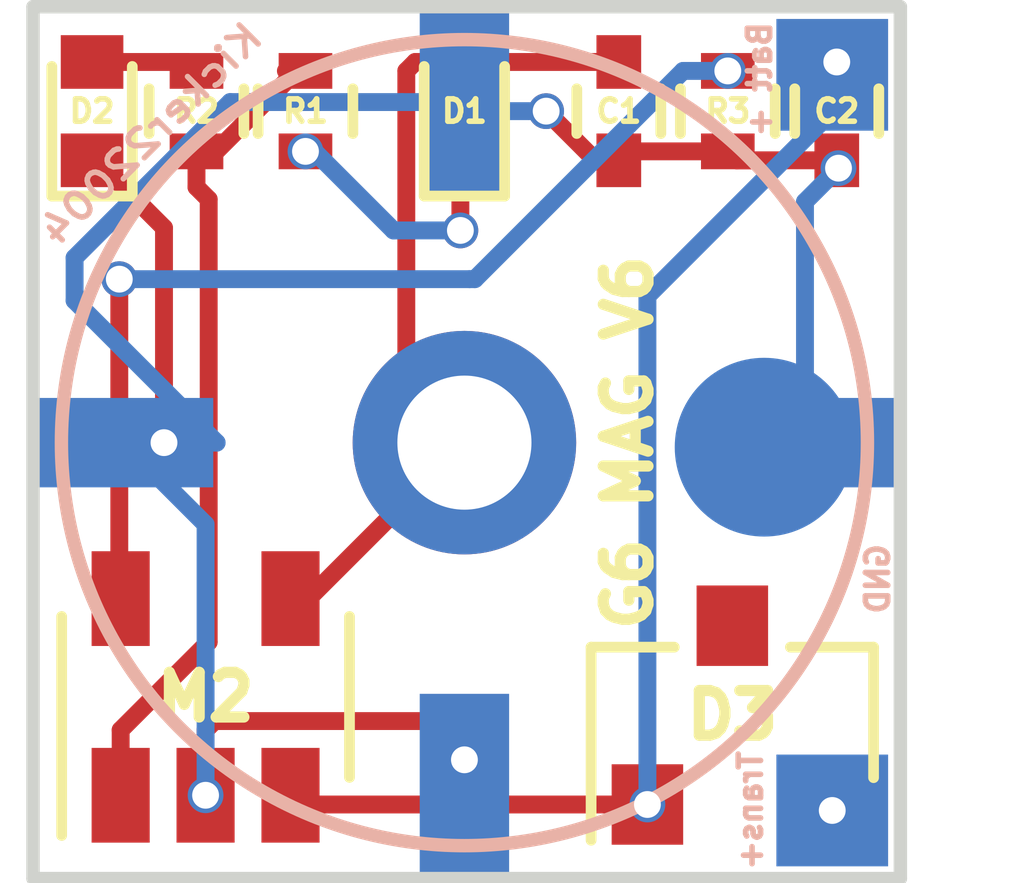
<source format=kicad_pcb>
(kicad_pcb (version 20171130) (host pcbnew "(5.1.6)-1")

  (general
    (thickness 0.6)
    (drawings 9)
    (tracks 77)
    (zones 0)
    (modules 13)
    (nets 10)
  )

  (page A4)
  (layers
    (0 F.Cu signal)
    (31 B.Cu signal)
    (32 B.Adhes user)
    (33 F.Adhes user hide)
    (34 B.Paste user)
    (35 F.Paste user)
    (36 B.SilkS user)
    (37 F.SilkS user)
    (38 B.Mask user)
    (39 F.Mask user)
    (40 Dwgs.User user)
    (41 Cmts.User user)
    (42 Eco1.User user)
    (43 Eco2.User user)
    (44 Edge.Cuts user)
    (45 Margin user)
    (46 B.CrtYd user)
    (47 F.CrtYd user)
    (48 B.Fab user)
    (49 F.Fab user)
  )

  (setup
    (last_trace_width 0.25)
    (trace_clearance 0.2)
    (zone_clearance 0.508)
    (zone_45_only no)
    (trace_min 0.2)
    (via_size 0.8)
    (via_drill 0.4)
    (via_min_size 0.4)
    (via_min_drill 0.3)
    (uvia_size 0.3)
    (uvia_drill 0.1)
    (uvias_allowed yes)
    (uvia_min_size 0.2)
    (uvia_min_drill 0.1)
    (edge_width 0.15)
    (segment_width 0.2)
    (pcb_text_width 0.3)
    (pcb_text_size 1.5 1.5)
    (mod_edge_width 0.15)
    (mod_text_size 1 1)
    (mod_text_width 0.15)
    (pad_size 1.25 1.25)
    (pad_drill 0)
    (pad_to_mask_clearance 0.051)
    (solder_mask_min_width 0.25)
    (aux_axis_origin 0 0)
    (visible_elements 7FFBFF9F)
    (pcbplotparams
      (layerselection 0x010fc_ffffffff)
      (usegerberextensions false)
      (usegerberattributes false)
      (usegerberadvancedattributes false)
      (creategerberjobfile false)
      (excludeedgelayer true)
      (linewidth 0.100000)
      (plotframeref false)
      (viasonmask false)
      (mode 1)
      (useauxorigin false)
      (hpglpennumber 1)
      (hpglpenspeed 20)
      (hpglpendiameter 15.000000)
      (psnegative false)
      (psa4output false)
      (plotreference true)
      (plotvalue true)
      (plotinvisibletext false)
      (padsonsilk false)
      (subtractmaskfromsilk false)
      (outputformat 1)
      (mirror false)
      (drillshape 0)
      (scaleselection 1)
      (outputdirectory "Build Files/"))
  )

  (net 0 "")
  (net 1 "Net-(C1-Pad1)")
  (net 2 GND)
  (net 3 "Net-(C2-Pad1)")
  (net 4 "Net-(D1-Pad1)")
  (net 5 "Net-(D2-Pad2)")
  (net 6 "Net-(D3-Pad2)")
  (net 7 "Net-(D3-Pad3)")
  (net 8 "Net-(M2-Pad1)")
  (net 9 "Net-(M2-Pad5)")

  (net_class Default "This is the default net class."
    (clearance 0.2)
    (trace_width 0.25)
    (via_dia 0.8)
    (via_drill 0.4)
    (uvia_dia 0.3)
    (uvia_drill 0.1)
  )

  (net_class Smaller ""
    (clearance 0.2)
    (trace_width 0.2)
    (via_dia 0.4)
    (via_drill 0.3)
    (uvia_dia 0.3)
    (uvia_drill 0.1)
    (add_net GND)
    (add_net "Net-(C1-Pad1)")
    (add_net "Net-(C2-Pad1)")
    (add_net "Net-(D1-Pad1)")
    (add_net "Net-(D2-Pad2)")
    (add_net "Net-(D3-Pad2)")
    (add_net "Net-(D3-Pad3)")
    (add_net "Net-(M2-Pad1)")
    (add_net "Net-(M2-Pad5)")
  )

  (module "footprints:Magnetic Port" (layer B.Cu) (tedit 5EE85800) (tstamp 5E6D91F5)
    (at 151.0792 105.5624)
    (path /5E6D64C6)
    (fp_text reference M1 (at 0 -7.112) (layer B.SilkS) hide
      (effects (font (size 1 1) (thickness 0.15)) (justify mirror))
    )
    (fp_text value MagneticConnector (at 0 5.2705) (layer B.Fab)
      (effects (font (size 1 1) (thickness 0.15)) (justify mirror))
    )
    (fp_circle (center 0 0) (end 4.5085 0) (layer B.SilkS) (width 0.15))
    (pad 1 thru_hole circle (at 0 0) (size 2.5 2.5) (drill 1.5) (layers *.Cu *.Mask)
      (net 1 "Net-(C1-Pad1)"))
    (pad 2 smd rect (at 3.81 0) (size 2 1) (layers B.Cu B.Paste B.Mask)
      (net 2 GND))
    (pad 2 smd rect (at 0 -3.81 270) (size 2 1) (layers B.Cu B.Paste B.Mask)
      (net 2 GND))
    (pad 2 smd rect (at -3.81 0) (size 2 1) (layers B.Cu B.Paste B.Mask)
      (net 2 GND))
    (pad 2 smd rect (at 0 3.81 270) (size 2 1) (layers B.Cu B.Paste B.Mask)
      (net 2 GND))
    (model ${KISYS3DMOD}/Battery.3dshapes/Battery_CR1225.wrl
      (offset (xyz 0 0 1.5))
      (scale (xyz 0.7 0.7 0.7))
      (rotate (xyz 180 0 0))
    )
    (model ${KISYS3DMOD}/Connector_PinHeader_1.00mm.3dshapes/PinHeader_1x01_P1.00mm_Vertical.step
      (at (xyz 0 0 0))
      (scale (xyz 4 4 0.5))
      (rotate (xyz 0 0 0))
    )
  )

  (module Capacitors_SMD:C_0402 (layer F.Cu) (tedit 5E6D7EED) (tstamp 5E6D8033)
    (at 152.8064 101.854 270)
    (descr "Capacitor SMD 0402, reflow soldering, AVX (see smccp.pdf)")
    (tags "capacitor 0402")
    (path /5E6D42E5)
    (attr smd)
    (fp_text reference C1 (at 0 0) (layer F.SilkS)
      (effects (font (size 0.25 0.25) (thickness 0.0625)))
    )
    (fp_text value 10uf (at 0 1.27 270) (layer F.Fab) hide
      (effects (font (size 1 1) (thickness 0.15)))
    )
    (fp_line (start 1 0.4) (end -1 0.4) (layer F.CrtYd) (width 0.05))
    (fp_line (start 1 0.4) (end 1 -0.4) (layer F.CrtYd) (width 0.05))
    (fp_line (start -1 -0.4) (end -1 0.4) (layer F.CrtYd) (width 0.05))
    (fp_line (start -1 -0.4) (end 1 -0.4) (layer F.CrtYd) (width 0.05))
    (fp_line (start -0.25 0.47) (end 0.25 0.47) (layer F.SilkS) (width 0.12))
    (fp_line (start 0.25 -0.47) (end -0.25 -0.47) (layer F.SilkS) (width 0.12))
    (fp_line (start -0.5 -0.25) (end 0.5 -0.25) (layer F.Fab) (width 0.1))
    (fp_line (start 0.5 -0.25) (end 0.5 0.25) (layer F.Fab) (width 0.1))
    (fp_line (start 0.5 0.25) (end -0.5 0.25) (layer F.Fab) (width 0.1))
    (fp_line (start -0.5 0.25) (end -0.5 -0.25) (layer F.Fab) (width 0.1))
    (fp_text user %R (at 0 -1.27 270) (layer F.Fab)
      (effects (font (size 1 1) (thickness 0.15)))
    )
    (pad 1 smd rect (at -0.55 0 270) (size 0.6 0.5) (layers F.Cu F.Paste F.Mask)
      (net 1 "Net-(C1-Pad1)"))
    (pad 2 smd rect (at 0.55 0 270) (size 0.6 0.5) (layers F.Cu F.Paste F.Mask)
      (net 2 GND))
    (model ${KISYS3DMOD}/Capacitor_SMD.3dshapes/C_01005_0402Metric.wrl
      (at (xyz 0 0 0))
      (scale (xyz 4 3 3))
      (rotate (xyz 0 0 0))
    )
  )

  (module Capacitors_SMD:C_0402 (layer F.Cu) (tedit 5E6D7ED7) (tstamp 5E6D8044)
    (at 155.2448 101.854 270)
    (descr "Capacitor SMD 0402, reflow soldering, AVX (see smccp.pdf)")
    (tags "capacitor 0402")
    (path /5E52E5C3)
    (attr smd)
    (fp_text reference C2 (at 0 0) (layer F.SilkS)
      (effects (font (size 0.25 0.25) (thickness 0.0625)))
    )
    (fp_text value 10uf (at 0 1.27 270) (layer F.Fab) hide
      (effects (font (size 1 1) (thickness 0.15)))
    )
    (fp_line (start -0.5 0.25) (end -0.5 -0.25) (layer F.Fab) (width 0.1))
    (fp_line (start 0.5 0.25) (end -0.5 0.25) (layer F.Fab) (width 0.1))
    (fp_line (start 0.5 -0.25) (end 0.5 0.25) (layer F.Fab) (width 0.1))
    (fp_line (start -0.5 -0.25) (end 0.5 -0.25) (layer F.Fab) (width 0.1))
    (fp_line (start 0.25 -0.47) (end -0.25 -0.47) (layer F.SilkS) (width 0.12))
    (fp_line (start -0.25 0.47) (end 0.25 0.47) (layer F.SilkS) (width 0.12))
    (fp_line (start -1 -0.4) (end 1 -0.4) (layer F.CrtYd) (width 0.05))
    (fp_line (start -1 -0.4) (end -1 0.4) (layer F.CrtYd) (width 0.05))
    (fp_line (start 1 0.4) (end 1 -0.4) (layer F.CrtYd) (width 0.05))
    (fp_line (start 1 0.4) (end -1 0.4) (layer F.CrtYd) (width 0.05))
    (fp_text user %R (at 0 -1.27 270) (layer F.Fab)
      (effects (font (size 1 1) (thickness 0.15)))
    )
    (pad 2 smd rect (at 0.55 0 270) (size 0.6 0.5) (layers F.Cu F.Paste F.Mask)
      (net 2 GND))
    (pad 1 smd rect (at -0.55 0 270) (size 0.6 0.5) (layers F.Cu F.Paste F.Mask)
      (net 3 "Net-(C2-Pad1)"))
    (model ${KISYS3DMOD}/Capacitor_SMD.3dshapes/C_01005_0402Metric.wrl
      (at (xyz 0 0 0))
      (scale (xyz 4 3 3))
      (rotate (xyz 0 0 0))
    )
  )

  (module TO_SOT_Packages_SMD:SOT-23 (layer F.Cu) (tedit 5E6D7FDE) (tstamp 5EE86716)
    (at 154.0764 108.6104 90)
    (descr "SOT-23, Standard")
    (tags SOT-23)
    (path /5E52DCEC)
    (attr smd)
    (fp_text reference D3 (at 0 0 180) (layer F.SilkS)
      (effects (font (size 0.5 0.5) (thickness 0.125)))
    )
    (fp_text value BAT54SLT1G (at 0 2.5 90) (layer F.Fab) hide
      (effects (font (size 1 1) (thickness 0.15)))
    )
    (fp_line (start -0.7 -0.95) (end -0.7 1.5) (layer F.Fab) (width 0.1))
    (fp_line (start -0.15 -1.52) (end 0.7 -1.52) (layer F.Fab) (width 0.1))
    (fp_line (start -0.7 -0.95) (end -0.15 -1.52) (layer F.Fab) (width 0.1))
    (fp_line (start 0.7 -1.52) (end 0.7 1.52) (layer F.Fab) (width 0.1))
    (fp_line (start -0.7 1.52) (end 0.7 1.52) (layer F.Fab) (width 0.1))
    (fp_line (start 0.76 1.58) (end 0.76 0.65) (layer F.SilkS) (width 0.12))
    (fp_line (start 0.76 -1.58) (end 0.76 -0.65) (layer F.SilkS) (width 0.12))
    (fp_line (start -1.7 -1.75) (end 1.7 -1.75) (layer F.CrtYd) (width 0.05))
    (fp_line (start 1.7 -1.75) (end 1.7 1.75) (layer F.CrtYd) (width 0.05))
    (fp_line (start 1.7 1.75) (end -1.7 1.75) (layer F.CrtYd) (width 0.05))
    (fp_line (start -1.7 1.75) (end -1.7 -1.75) (layer F.CrtYd) (width 0.05))
    (fp_line (start 0.76 -1.58) (end -1.4 -1.58) (layer F.SilkS) (width 0.12))
    (fp_line (start 0.76 1.58) (end -0.7 1.58) (layer F.SilkS) (width 0.12))
    (fp_text user %R (at 0 0 180) (layer F.Fab)
      (effects (font (size 0.5 0.5) (thickness 0.075)))
    )
    (pad 3 smd rect (at 1 0 90) (size 0.9 0.8) (layers F.Cu F.Paste F.Mask)
      (net 7 "Net-(D3-Pad3)"))
    (pad 2 smd rect (at -1 0.95 90) (size 0.9 0.8) (layers F.Cu F.Paste F.Mask)
      (net 6 "Net-(D3-Pad2)"))
    (pad 1 smd rect (at -1 -0.95 90) (size 0.9 0.8) (layers F.Cu F.Paste F.Mask)
      (net 3 "Net-(C2-Pad1)"))
    (model ${KISYS3DMOD}/Package_TO_SOT_SMD.3dshapes/SOT-23.wrl
      (at (xyz 0 0 0))
      (scale (xyz 1 1 1))
      (rotate (xyz 0 0 0))
    )
  )

  (module TO_SOT_Packages_SMD:SOT-23-5 (layer F.Cu) (tedit 5E6D7FEE) (tstamp 5E6D80A2)
    (at 148.1836 108.4072 90)
    (descr "5-pin SOT23 package")
    (tags SOT-23-5)
    (path /5E52D247)
    (attr smd)
    (fp_text reference M2 (at 0 0 180) (layer F.SilkS)
      (effects (font (size 0.5 0.5) (thickness 0.125)))
    )
    (fp_text value MCP738312 (at 0 2.9 90) (layer F.Fab) hide
      (effects (font (size 1 1) (thickness 0.15)))
    )
    (fp_line (start -0.9 1.61) (end 0.9 1.61) (layer F.SilkS) (width 0.12))
    (fp_line (start 0.9 -1.61) (end -1.55 -1.61) (layer F.SilkS) (width 0.12))
    (fp_line (start -1.9 -1.8) (end 1.9 -1.8) (layer F.CrtYd) (width 0.05))
    (fp_line (start 1.9 -1.8) (end 1.9 1.8) (layer F.CrtYd) (width 0.05))
    (fp_line (start 1.9 1.8) (end -1.9 1.8) (layer F.CrtYd) (width 0.05))
    (fp_line (start -1.9 1.8) (end -1.9 -1.8) (layer F.CrtYd) (width 0.05))
    (fp_line (start -0.9 -0.9) (end -0.25 -1.55) (layer F.Fab) (width 0.1))
    (fp_line (start 0.9 -1.55) (end -0.25 -1.55) (layer F.Fab) (width 0.1))
    (fp_line (start -0.9 -0.9) (end -0.9 1.55) (layer F.Fab) (width 0.1))
    (fp_line (start 0.9 1.55) (end -0.9 1.55) (layer F.Fab) (width 0.1))
    (fp_line (start 0.9 -1.55) (end 0.9 1.55) (layer F.Fab) (width 0.1))
    (fp_text user %R (at 0 0 180) (layer F.Fab)
      (effects (font (size 0.5 0.5) (thickness 0.075)))
    )
    (pad 5 smd rect (at 1.1 -0.95 90) (size 1.06 0.65) (layers F.Cu F.Paste F.Mask)
      (net 9 "Net-(M2-Pad5)"))
    (pad 4 smd rect (at 1.1 0.95 90) (size 1.06 0.65) (layers F.Cu F.Paste F.Mask)
      (net 1 "Net-(C1-Pad1)"))
    (pad 3 smd rect (at -1.1 0.95 90) (size 1.06 0.65) (layers F.Cu F.Paste F.Mask)
      (net 3 "Net-(C2-Pad1)"))
    (pad 2 smd rect (at -1.1 0 90) (size 1.06 0.65) (layers F.Cu F.Paste F.Mask)
      (net 2 GND))
    (pad 1 smd rect (at -1.1 -0.95 90) (size 1.06 0.65) (layers F.Cu F.Paste F.Mask)
      (net 8 "Net-(M2-Pad1)"))
    (model ${KISYS3DMOD}/Package_TO_SOT_SMD.3dshapes/SOT-23-5.wrl
      (at (xyz 0 0 0))
      (scale (xyz 1 1 1))
      (rotate (xyz 0 0 0))
    )
  )

  (module "footprints:G6 Pad" (layer B.Cu) (tedit 5EE8668D) (tstamp 5E6D80A7)
    (at 155.194 101.4476 90)
    (path /5E52D851)
    (fp_text reference P1 (at 0 -2.032 90) (layer B.SilkS) hide
      (effects (font (size 1 1) (thickness 0.15)) (justify mirror))
    )
    (fp_text value "Batt +" (at -0.0508 1.27 269.9) (layer B.Fab)
      (effects (font (size 0.25 0.25) (thickness 0.0625)) (justify mirror))
    )
    (pad 1 smd rect (at 0 0 90) (size 1.25 1.25) (layers B.Cu B.Paste B.Mask)
      (net 3 "Net-(C2-Pad1)"))
  )

  (module "footprints:G6 Pad" (layer B.Cu) (tedit 5EE86232) (tstamp 5E6D80AC)
    (at 155.194 109.6772 90)
    (path /5E52D933)
    (fp_text reference P2 (at 0 -2.032 90) (layer B.SilkS) hide
      (effects (font (size 1 1) (thickness 0.15)) (justify mirror))
    )
    (fp_text value "Trans +" (at 0.2032 1.2192 269.9) (layer B.Fab)
      (effects (font (size 0.25 0.25) (thickness 0.0625)) (justify mirror))
    )
    (pad 1 smd rect (at 0 0 90) (size 1.25 1.25) (layers B.Cu B.Paste B.Mask)
      (net 6 "Net-(D3-Pad2)"))
  )

  (module "footprints:G6 Pad" (layer B.Cu) (tedit 5E6D7FCC) (tstamp 5E6D83B2)
    (at 154.432 105.6132 90)
    (path /5E52D979)
    (fp_text reference P3 (at 0 -2.032 90) (layer B.SilkS) hide
      (effects (font (size 1 1) (thickness 0.15)) (justify mirror))
    )
    (fp_text value GND (at 0 1.27 269.9) (layer B.Fab)
      (effects (font (size 0.25 0.25) (thickness 0.0625)) (justify mirror))
    )
    (pad 1 smd circle (at 0 0 90) (size 2 2) (layers B.Cu B.Paste B.Mask)
      (net 2 GND))
  )

  (module Resistors_SMD:R_0402 (layer F.Cu) (tedit 5E6D7F9F) (tstamp 5E6D80C2)
    (at 149.3012 101.854 270)
    (descr "Resistor SMD 0402, reflow soldering, Vishay (see dcrcw.pdf)")
    (tags "resistor 0402")
    (path /5E6D2AF2)
    (attr smd)
    (fp_text reference R1 (at 0 0) (layer F.SilkS)
      (effects (font (size 0.25 0.25) (thickness 0.0625)))
    )
    (fp_text value 470 (at 0 1.45 270) (layer F.Fab) hide
      (effects (font (size 1 1) (thickness 0.15)))
    )
    (fp_line (start 0.8 0.45) (end -0.8 0.45) (layer F.CrtYd) (width 0.05))
    (fp_line (start 0.8 0.45) (end 0.8 -0.45) (layer F.CrtYd) (width 0.05))
    (fp_line (start -0.8 -0.45) (end -0.8 0.45) (layer F.CrtYd) (width 0.05))
    (fp_line (start -0.8 -0.45) (end 0.8 -0.45) (layer F.CrtYd) (width 0.05))
    (fp_line (start -0.25 0.53) (end 0.25 0.53) (layer F.SilkS) (width 0.12))
    (fp_line (start 0.25 -0.53) (end -0.25 -0.53) (layer F.SilkS) (width 0.12))
    (fp_line (start -0.5 -0.25) (end 0.5 -0.25) (layer F.Fab) (width 0.1))
    (fp_line (start 0.5 -0.25) (end 0.5 0.25) (layer F.Fab) (width 0.1))
    (fp_line (start 0.5 0.25) (end -0.5 0.25) (layer F.Fab) (width 0.1))
    (fp_line (start -0.5 0.25) (end -0.5 -0.25) (layer F.Fab) (width 0.1))
    (fp_text user %R (at 0 -1.35 270) (layer F.Fab)
      (effects (font (size 1 1) (thickness 0.15)))
    )
    (pad 1 smd rect (at -0.45 0 270) (size 0.4 0.6) (layers F.Cu F.Paste F.Mask)
      (net 8 "Net-(M2-Pad1)"))
    (pad 2 smd rect (at 0.45 0 270) (size 0.4 0.6) (layers F.Cu F.Paste F.Mask)
      (net 4 "Net-(D1-Pad1)"))
    (model ${KISYS3DMOD}/Resistor_SMD.3dshapes/R_01005_0402Metric.wrl
      (at (xyz 0 0 0))
      (scale (xyz 3 3 1))
      (rotate (xyz 0 0 0))
    )
  )

  (module Resistors_SMD:R_0402 (layer F.Cu) (tedit 5E6D7F4F) (tstamp 5E6D80D3)
    (at 148.082 101.854 90)
    (descr "Resistor SMD 0402, reflow soldering, Vishay (see dcrcw.pdf)")
    (tags "resistor 0402")
    (path /5E6D2BD1)
    (attr smd)
    (fp_text reference R2 (at 0 0 -180) (layer F.SilkS)
      (effects (font (size 0.25 0.25) (thickness 0.0625)))
    )
    (fp_text value 470 (at 0 1.45 90) (layer F.Fab) hide
      (effects (font (size 1 1) (thickness 0.15)))
    )
    (fp_line (start -0.5 0.25) (end -0.5 -0.25) (layer F.Fab) (width 0.1))
    (fp_line (start 0.5 0.25) (end -0.5 0.25) (layer F.Fab) (width 0.1))
    (fp_line (start 0.5 -0.25) (end 0.5 0.25) (layer F.Fab) (width 0.1))
    (fp_line (start -0.5 -0.25) (end 0.5 -0.25) (layer F.Fab) (width 0.1))
    (fp_line (start 0.25 -0.53) (end -0.25 -0.53) (layer F.SilkS) (width 0.12))
    (fp_line (start -0.25 0.53) (end 0.25 0.53) (layer F.SilkS) (width 0.12))
    (fp_line (start -0.8 -0.45) (end 0.8 -0.45) (layer F.CrtYd) (width 0.05))
    (fp_line (start -0.8 -0.45) (end -0.8 0.45) (layer F.CrtYd) (width 0.05))
    (fp_line (start 0.8 0.45) (end 0.8 -0.45) (layer F.CrtYd) (width 0.05))
    (fp_line (start 0.8 0.45) (end -0.8 0.45) (layer F.CrtYd) (width 0.05))
    (fp_text user %R (at 0 -1.35 90) (layer F.Fab)
      (effects (font (size 1 1) (thickness 0.15)))
    )
    (pad 2 smd rect (at 0.45 0 90) (size 0.4 0.6) (layers F.Cu F.Paste F.Mask)
      (net 5 "Net-(D2-Pad2)"))
    (pad 1 smd rect (at -0.45 0 90) (size 0.4 0.6) (layers F.Cu F.Paste F.Mask)
      (net 8 "Net-(M2-Pad1)"))
    (model ${KISYS3DMOD}/Resistor_SMD.3dshapes/R_01005_0402Metric.wrl
      (at (xyz 0 0 0))
      (scale (xyz 3 3 1))
      (rotate (xyz 0 0 0))
    )
  )

  (module Resistors_SMD:R_0402 (layer F.Cu) (tedit 5E6D7FAC) (tstamp 5E6D80E4)
    (at 154.0256 101.854 270)
    (descr "Resistor SMD 0402, reflow soldering, Vishay (see dcrcw.pdf)")
    (tags "resistor 0402")
    (path /5E52E33F)
    (attr smd)
    (fp_text reference R3 (at 0 0) (layer F.SilkS)
      (effects (font (size 0.25 0.25) (thickness 0.0625)))
    )
    (fp_text value 10k (at 0 1.45 270) (layer F.Fab) hide
      (effects (font (size 1 1) (thickness 0.15)))
    )
    (fp_line (start -0.5 0.25) (end -0.5 -0.25) (layer F.Fab) (width 0.1))
    (fp_line (start 0.5 0.25) (end -0.5 0.25) (layer F.Fab) (width 0.1))
    (fp_line (start 0.5 -0.25) (end 0.5 0.25) (layer F.Fab) (width 0.1))
    (fp_line (start -0.5 -0.25) (end 0.5 -0.25) (layer F.Fab) (width 0.1))
    (fp_line (start 0.25 -0.53) (end -0.25 -0.53) (layer F.SilkS) (width 0.12))
    (fp_line (start -0.25 0.53) (end 0.25 0.53) (layer F.SilkS) (width 0.12))
    (fp_line (start -0.8 -0.45) (end 0.8 -0.45) (layer F.CrtYd) (width 0.05))
    (fp_line (start -0.8 -0.45) (end -0.8 0.45) (layer F.CrtYd) (width 0.05))
    (fp_line (start 0.8 0.45) (end 0.8 -0.45) (layer F.CrtYd) (width 0.05))
    (fp_line (start 0.8 0.45) (end -0.8 0.45) (layer F.CrtYd) (width 0.05))
    (fp_text user %R (at 0 -1.35 270) (layer F.Fab)
      (effects (font (size 1 1) (thickness 0.15)))
    )
    (pad 2 smd rect (at 0.45 0 270) (size 0.4 0.6) (layers F.Cu F.Paste F.Mask)
      (net 2 GND))
    (pad 1 smd rect (at -0.45 0 270) (size 0.4 0.6) (layers F.Cu F.Paste F.Mask)
      (net 9 "Net-(M2-Pad5)"))
    (model ${KISYS3DMOD}/Resistor_SMD.3dshapes/R_01005_0402Metric.wrl
      (at (xyz 0 0 0))
      (scale (xyz 3 3 1))
      (rotate (xyz 0 0 0))
    )
  )

  (module LEDs:LED_0402 (layer F.Cu) (tedit 5E6D7FBD) (tstamp 5E6D8574)
    (at 151.0792 101.854 90)
    (descr "LED 0402 smd package")
    (tags "LED led 0402 SMD smd SMT smt smdled SMDLED smtled SMTLED")
    (path /5E6D2E60)
    (attr smd)
    (fp_text reference D1 (at 0 0 -180) (layer F.SilkS)
      (effects (font (size 0.25 0.25) (thickness 0.0625)))
    )
    (fp_text value "LED (RED)" (at 0 1.4 90) (layer F.Fab) hide
      (effects (font (size 1 1) (thickness 0.15)))
    )
    (fp_line (start -0.95 -0.45) (end -0.95 0.45) (layer F.SilkS) (width 0.12))
    (fp_line (start -0.15 -0.2) (end -0.15 0.2) (layer F.Fab) (width 0.1))
    (fp_line (start -0.15 0) (end 0.15 -0.2) (layer F.Fab) (width 0.1))
    (fp_line (start 0.15 0.2) (end -0.15 0) (layer F.Fab) (width 0.1))
    (fp_line (start 0.15 -0.2) (end 0.15 0.2) (layer F.Fab) (width 0.1))
    (fp_line (start 0.5 0.25) (end -0.5 0.25) (layer F.Fab) (width 0.1))
    (fp_line (start 0.5 -0.25) (end 0.5 0.25) (layer F.Fab) (width 0.1))
    (fp_line (start -0.5 -0.25) (end 0.5 -0.25) (layer F.Fab) (width 0.1))
    (fp_line (start -0.5 0.25) (end -0.5 -0.25) (layer F.Fab) (width 0.1))
    (fp_line (start -0.95 0.45) (end 0.5 0.45) (layer F.SilkS) (width 0.12))
    (fp_line (start -0.95 -0.45) (end 0.5 -0.45) (layer F.SilkS) (width 0.12))
    (fp_line (start 1 -0.5) (end 1 0.5) (layer F.CrtYd) (width 0.05))
    (fp_line (start 1 0.5) (end -1 0.5) (layer F.CrtYd) (width 0.05))
    (fp_line (start -1 0.5) (end -1 -0.5) (layer F.CrtYd) (width 0.05))
    (fp_line (start -1 -0.5) (end 1 -0.5) (layer F.CrtYd) (width 0.05))
    (pad 1 smd rect (at -0.55 0 270) (size 0.6 0.7) (layers F.Cu F.Paste F.Mask)
      (net 4 "Net-(D1-Pad1)"))
    (pad 2 smd rect (at 0.55 0 270) (size 0.6 0.7) (layers F.Cu F.Paste F.Mask)
      (net 1 "Net-(C1-Pad1)"))
    (model ${KISYS3DMOD}/LED_SMD.3dshapes/LED_0402_1005Metric.wrl
      (at (xyz 0 0 0))
      (scale (xyz 1.5 1.5 1))
      (rotate (xyz 0 0 0))
    )
  )

  (module LEDs:LED_0402 (layer F.Cu) (tedit 5E6D7EFF) (tstamp 5E6D8589)
    (at 146.9136 101.854 90)
    (descr "LED 0402 smd package")
    (tags "LED led 0402 SMD smd SMT smt smdled SMDLED smtled SMTLED")
    (path /5E6D2EDC)
    (attr smd)
    (fp_text reference D2 (at 0 0 -180) (layer F.SilkS)
      (effects (font (size 0.25 0.25) (thickness 0.0625)))
    )
    (fp_text value "LED (Green)" (at 0.0088 1.4224 90) (layer F.Fab) hide
      (effects (font (size 1 1) (thickness 0.15)))
    )
    (fp_line (start -1 -0.5) (end 1 -0.5) (layer F.CrtYd) (width 0.05))
    (fp_line (start -1 0.5) (end -1 -0.5) (layer F.CrtYd) (width 0.05))
    (fp_line (start 1 0.5) (end -1 0.5) (layer F.CrtYd) (width 0.05))
    (fp_line (start 1 -0.5) (end 1 0.5) (layer F.CrtYd) (width 0.05))
    (fp_line (start -0.95 -0.45) (end 0.5 -0.45) (layer F.SilkS) (width 0.12))
    (fp_line (start -0.95 0.45) (end 0.5 0.45) (layer F.SilkS) (width 0.12))
    (fp_line (start -0.5 0.25) (end -0.5 -0.25) (layer F.Fab) (width 0.1))
    (fp_line (start -0.5 -0.25) (end 0.5 -0.25) (layer F.Fab) (width 0.1))
    (fp_line (start 0.5 -0.25) (end 0.5 0.25) (layer F.Fab) (width 0.1))
    (fp_line (start 0.5 0.25) (end -0.5 0.25) (layer F.Fab) (width 0.1))
    (fp_line (start 0.15 -0.2) (end 0.15 0.2) (layer F.Fab) (width 0.1))
    (fp_line (start 0.15 0.2) (end -0.15 0) (layer F.Fab) (width 0.1))
    (fp_line (start -0.15 0) (end 0.15 -0.2) (layer F.Fab) (width 0.1))
    (fp_line (start -0.15 -0.2) (end -0.15 0.2) (layer F.Fab) (width 0.1))
    (fp_line (start -0.95 -0.45) (end -0.95 0.45) (layer F.SilkS) (width 0.12))
    (pad 2 smd rect (at 0.55 0 270) (size 0.6 0.7) (layers F.Cu F.Paste F.Mask)
      (net 5 "Net-(D2-Pad2)"))
    (pad 1 smd rect (at -0.55 0 270) (size 0.6 0.7) (layers F.Cu F.Paste F.Mask)
      (net 2 GND))
    (model ${KISYS3DMOD}/LED_SMD.3dshapes/LED_0402_1005Metric.wrl
      (at (xyz 0 0 0))
      (scale (xyz 1.5 1.5 1))
      (rotate (xyz 0 0 0))
    )
  )

  (gr_text "G6 MAG V6" (at 152.908 105.5624 90) (layer F.SilkS)
    (effects (font (size 0.5 0.5) (thickness 0.125)))
  )
  (gr_text "Batt +" (at 154.3812 101.4984 90) (layer B.SilkS)
    (effects (font (size 0.25 0.25) (thickness 0.0625)) (justify mirror))
  )
  (gr_text GND (at 155.702 107.0864 90) (layer B.SilkS)
    (effects (font (size 0.25 0.25) (thickness 0.0625)) (justify mirror))
  )
  (gr_text Trans+ (at 154.2796 109.6772 90) (layer B.SilkS)
    (effects (font (size 0.25 0.25) (thickness 0.0625)) (justify mirror))
  )
  (gr_text Kicker22004 (at 147.574 102.108 45) (layer B.SilkS)
    (effects (font (size 0.3 0.35) (thickness 0.0625)) (justify mirror))
  )
  (gr_line (start 146.2532 110.4392) (end 155.956 110.4392) (layer Edge.Cuts) (width 0.15))
  (gr_line (start 146.2532 100.6856) (end 146.2532 110.4392) (layer Edge.Cuts) (width 0.15))
  (gr_line (start 155.956 110.4392) (end 155.956 100.6856) (layer Edge.Cuts) (width 0.15))
  (gr_line (start 155.956 100.6856) (end 146.2532 100.6856) (layer Edge.Cuts) (width 0.15))

  (segment (start 149.3344 107.3072) (end 149.1336 107.3072) (width 0.2) (layer F.Cu) (net 1))
  (segment (start 151.0792 105.5624) (end 149.3344 107.3072) (width 0.2) (layer F.Cu) (net 1))
  (segment (start 152.8064 101.304) (end 151.0792 101.304) (width 0.2) (layer F.Cu) (net 1))
  (segment (start 150.429199 104.912399) (end 151.0792 105.5624) (width 0.2) (layer F.Cu) (net 1))
  (segment (start 150.429199 101.404001) (end 150.429199 104.912399) (width 0.2) (layer F.Cu) (net 1))
  (segment (start 150.5292 101.304) (end 150.429199 101.404001) (width 0.2) (layer F.Cu) (net 1))
  (segment (start 151.0792 101.304) (end 150.5292 101.304) (width 0.2) (layer F.Cu) (net 1))
  (segment (start 146.9136 105.2068) (end 147.2692 105.5624) (width 0.2) (layer B.Cu) (net 2))
  (via (at 148.1836 109.5072) (size 0.4) (drill 0.3) (layers F.Cu B.Cu) (net 2))
  (segment (start 148.1836 106.4768) (end 147.2692 105.5624) (width 0.2) (layer B.Cu) (net 2))
  (segment (start 148.1836 109.5072) (end 148.1836 106.4768) (width 0.2) (layer B.Cu) (net 2))
  (segment (start 152.9064 102.304) (end 152.8064 102.404) (width 0.2) (layer F.Cu) (net 2))
  (segment (start 154.0256 102.304) (end 152.9064 102.304) (width 0.2) (layer F.Cu) (net 2))
  (segment (start 154.1256 102.404) (end 154.0256 102.304) (width 0.2) (layer F.Cu) (net 2))
  (segment (start 155.2448 102.404) (end 154.1256 102.404) (width 0.2) (layer F.Cu) (net 2))
  (via (at 151.9936 101.854) (size 0.4) (drill 0.3) (layers F.Cu B.Cu) (net 2))
  (segment (start 152.8064 102.404) (end 152.5436 102.404) (width 0.2) (layer F.Cu) (net 2))
  (segment (start 152.5436 102.404) (end 151.9936 101.854) (width 0.2) (layer F.Cu) (net 2))
  (segment (start 151.1808 101.854) (end 151.0792 101.7524) (width 0.2) (layer B.Cu) (net 2))
  (segment (start 151.9936 101.854) (end 151.1808 101.854) (width 0.2) (layer B.Cu) (net 2))
  (via (at 147.7184 105.5624) (size 0.4) (drill 0.3) (layers F.Cu B.Cu) (net 2))
  (segment (start 147.7184 103.1588) (end 147.7184 105.5624) (width 0.2) (layer F.Cu) (net 2))
  (segment (start 146.9636 102.404) (end 147.7184 103.1588) (width 0.2) (layer F.Cu) (net 2))
  (segment (start 146.9136 102.404) (end 146.9636 102.404) (width 0.2) (layer F.Cu) (net 2))
  (segment (start 150.3792 101.7524) (end 151.0792 101.7524) (width 0.2) (layer B.Cu) (net 2))
  (segment (start 148.459598 101.7524) (end 150.3792 101.7524) (width 0.2) (layer B.Cu) (net 2))
  (segment (start 146.718399 103.493599) (end 148.459598 101.7524) (width 0.2) (layer B.Cu) (net 2))
  (segment (start 146.718399 103.973601) (end 146.718399 103.493599) (width 0.2) (layer B.Cu) (net 2))
  (segment (start 148.307198 105.5624) (end 146.718399 103.973601) (width 0.2) (layer B.Cu) (net 2))
  (segment (start 147.2692 105.5624) (end 148.307198 105.5624) (width 0.2) (layer B.Cu) (net 2))
  (via (at 155.264053 102.491855) (size 0.4) (drill 0.3) (layers F.Cu B.Cu) (net 2))
  (segment (start 154.8892 105.5624) (end 154.8892 102.866708) (width 0.2) (layer B.Cu) (net 2))
  (segment (start 154.8892 102.866708) (end 155.264053 102.491855) (width 0.2) (layer B.Cu) (net 2))
  (via (at 151.0792 109.1104) (size 0.4) (drill 0.3) (layers F.Cu B.Cu) (net 2))
  (segment (start 150.645999 108.677199) (end 151.0792 109.1104) (width 0.2) (layer F.Cu) (net 2))
  (segment (start 148.283601 108.677199) (end 150.645999 108.677199) (width 0.2) (layer F.Cu) (net 2))
  (segment (start 148.1836 108.7772) (end 148.283601 108.677199) (width 0.2) (layer F.Cu) (net 2))
  (segment (start 148.1836 109.5072) (end 148.1836 108.7772) (width 0.2) (layer F.Cu) (net 2))
  (via (at 155.2448 101.304) (size 0.4) (drill 0.3) (layers F.Cu B.Cu) (net 3))
  (via (at 153.1264 109.6104) (size 0.4) (drill 0.3) (layers F.Cu B.Cu) (net 3))
  (segment (start 153.1264 104.994798) (end 153.1264 109.6104) (width 0.2) (layer B.Cu) (net 3))
  (segment (start 153.1264 103.9224) (end 153.1264 104.994798) (width 0.2) (layer B.Cu) (net 3))
  (segment (start 155.2448 101.804) (end 153.1264 103.9224) (width 0.2) (layer B.Cu) (net 3))
  (segment (start 155.2448 101.304) (end 155.2448 101.804) (width 0.2) (layer B.Cu) (net 3))
  (segment (start 149.2368 109.6104) (end 149.1336 109.5072) (width 0.2) (layer F.Cu) (net 3))
  (segment (start 153.1264 109.6104) (end 149.2368 109.6104) (width 0.2) (layer F.Cu) (net 3))
  (segment (start 149.4012 102.304) (end 149.3012 102.304) (width 0.2) (layer F.Cu) (net 4))
  (segment (start 150.9792 102.304) (end 151.0792 102.404) (width 0.2) (layer F.Cu) (net 4))
  (via (at 149.3012 102.304) (size 0.4) (drill 0.3) (layers F.Cu B.Cu) (net 4))
  (via (at 151.034046 103.188446) (size 0.4) (drill 0.3) (layers F.Cu B.Cu) (net 4))
  (segment (start 150.285646 103.188446) (end 151.034046 103.188446) (width 0.2) (layer B.Cu) (net 4))
  (segment (start 149.3012 102.304) (end 149.4012 102.304) (width 0.2) (layer B.Cu) (net 4))
  (segment (start 149.4012 102.304) (end 150.285646 103.188446) (width 0.2) (layer B.Cu) (net 4))
  (segment (start 151.034046 102.449154) (end 151.0792 102.404) (width 0.2) (layer F.Cu) (net 4))
  (segment (start 151.034046 103.188446) (end 151.034046 102.449154) (width 0.2) (layer F.Cu) (net 4))
  (segment (start 147.982 101.304) (end 148.082 101.404) (width 0.2) (layer F.Cu) (net 5))
  (segment (start 146.9136 101.304) (end 147.982 101.304) (width 0.2) (layer F.Cu) (net 5))
  (via (at 155.194 109.6772) (size 0.4) (drill 0.3) (layers F.Cu B.Cu) (net 6))
  (segment (start 148.182 102.304) (end 148.082 102.404) (width 0.2) (layer F.Cu) (net 8))
  (segment (start 149.3012 101.404) (end 149.082 101.404) (width 0.2) (layer F.Cu) (net 8))
  (segment (start 147.9136 102.304) (end 148.082 102.304) (width 0.2) (layer F.Cu) (net 8))
  (segment (start 149.2012 101.404) (end 149.3012 101.404) (width 0.2) (layer F.Cu) (net 8))
  (segment (start 148.3012 102.304) (end 149.2012 101.404) (width 0.2) (layer F.Cu) (net 8))
  (segment (start 148.082 102.304) (end 148.3012 102.304) (width 0.2) (layer F.Cu) (net 8))
  (segment (start 147.2336 108.7772) (end 147.2336 109.5072) (width 0.2) (layer F.Cu) (net 8))
  (segment (start 148.218401 107.792399) (end 147.2336 108.7772) (width 0.2) (layer F.Cu) (net 8))
  (segment (start 148.218401 102.840401) (end 148.218401 107.792399) (width 0.2) (layer F.Cu) (net 8))
  (segment (start 148.082 102.704) (end 148.218401 102.840401) (width 0.2) (layer F.Cu) (net 8))
  (segment (start 148.082 102.304) (end 148.082 102.704) (width 0.2) (layer F.Cu) (net 8))
  (via (at 154.0256 101.404) (size 0.4) (drill 0.3) (layers F.Cu B.Cu) (net 9))
  (via (at 147.2184 103.7336) (size 0.4) (drill 0.3) (layers F.Cu B.Cu) (net 9))
  (segment (start 151.138002 103.7336) (end 147.2184 103.7336) (width 0.2) (layer B.Cu) (net 9))
  (segment (start 151.196 103.7336) (end 151.138002 103.7336) (width 0.2) (layer B.Cu) (net 9))
  (segment (start 154.0256 101.404) (end 153.5256 101.404) (width 0.2) (layer B.Cu) (net 9))
  (segment (start 153.5256 101.404) (end 151.196 103.7336) (width 0.2) (layer B.Cu) (net 9))
  (segment (start 147.2184 107.292) (end 147.2336 107.3072) (width 0.2) (layer F.Cu) (net 9))
  (segment (start 147.2184 103.7336) (end 147.2184 107.292) (width 0.2) (layer F.Cu) (net 9))

)

</source>
